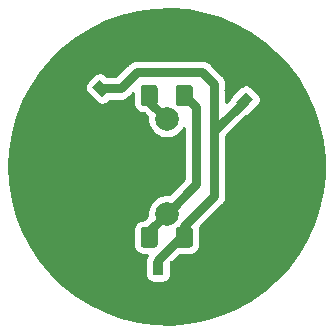
<source format=gbr>
G04 #@! TF.GenerationSoftware,KiCad,Pcbnew,(5.1.4)-1*
G04 #@! TF.CreationDate,2020-09-26T15:36:51+02:00*
G04 #@! TF.ProjectId,TrabantLamp3,54726162-616e-4744-9c61-6d70332e6b69,Rev*
G04 #@! TF.SameCoordinates,Original*
G04 #@! TF.FileFunction,Copper,L1,Top*
G04 #@! TF.FilePolarity,Positive*
%FSLAX46Y46*%
G04 Gerber Fmt 4.6, Leading zero omitted, Abs format (unit mm)*
G04 Created by KiCad (PCBNEW (5.1.4)-1) date 2020-09-26 15:36:51*
%MOMM*%
%LPD*%
G04 APERTURE LIST*
%ADD10C,0.100000*%
%ADD11C,1.425000*%
%ADD12R,0.900000X1.200000*%
%ADD13C,0.900000*%
%ADD14C,2.000000*%
%ADD15C,0.800000*%
%ADD16C,0.254000*%
G04 APERTURE END LIST*
D10*
G36*
X101974504Y-93126204D02*
G01*
X101998773Y-93129804D01*
X102022571Y-93135765D01*
X102045671Y-93144030D01*
X102067849Y-93154520D01*
X102088893Y-93167133D01*
X102108598Y-93181747D01*
X102126777Y-93198223D01*
X102143253Y-93216402D01*
X102157867Y-93236107D01*
X102170480Y-93257151D01*
X102180970Y-93279329D01*
X102189235Y-93302429D01*
X102195196Y-93326227D01*
X102198796Y-93350496D01*
X102200000Y-93375000D01*
X102200000Y-94625000D01*
X102198796Y-94649504D01*
X102195196Y-94673773D01*
X102189235Y-94697571D01*
X102180970Y-94720671D01*
X102170480Y-94742849D01*
X102157867Y-94763893D01*
X102143253Y-94783598D01*
X102126777Y-94801777D01*
X102108598Y-94818253D01*
X102088893Y-94832867D01*
X102067849Y-94845480D01*
X102045671Y-94855970D01*
X102022571Y-94864235D01*
X101998773Y-94870196D01*
X101974504Y-94873796D01*
X101950000Y-94875000D01*
X101025000Y-94875000D01*
X101000496Y-94873796D01*
X100976227Y-94870196D01*
X100952429Y-94864235D01*
X100929329Y-94855970D01*
X100907151Y-94845480D01*
X100886107Y-94832867D01*
X100866402Y-94818253D01*
X100848223Y-94801777D01*
X100831747Y-94783598D01*
X100817133Y-94763893D01*
X100804520Y-94742849D01*
X100794030Y-94720671D01*
X100785765Y-94697571D01*
X100779804Y-94673773D01*
X100776204Y-94649504D01*
X100775000Y-94625000D01*
X100775000Y-93375000D01*
X100776204Y-93350496D01*
X100779804Y-93326227D01*
X100785765Y-93302429D01*
X100794030Y-93279329D01*
X100804520Y-93257151D01*
X100817133Y-93236107D01*
X100831747Y-93216402D01*
X100848223Y-93198223D01*
X100866402Y-93181747D01*
X100886107Y-93167133D01*
X100907151Y-93154520D01*
X100929329Y-93144030D01*
X100952429Y-93135765D01*
X100976227Y-93129804D01*
X101000496Y-93126204D01*
X101025000Y-93125000D01*
X101950000Y-93125000D01*
X101974504Y-93126204D01*
X101974504Y-93126204D01*
G37*
D11*
X101487500Y-94000000D03*
D10*
G36*
X98999504Y-93126204D02*
G01*
X99023773Y-93129804D01*
X99047571Y-93135765D01*
X99070671Y-93144030D01*
X99092849Y-93154520D01*
X99113893Y-93167133D01*
X99133598Y-93181747D01*
X99151777Y-93198223D01*
X99168253Y-93216402D01*
X99182867Y-93236107D01*
X99195480Y-93257151D01*
X99205970Y-93279329D01*
X99214235Y-93302429D01*
X99220196Y-93326227D01*
X99223796Y-93350496D01*
X99225000Y-93375000D01*
X99225000Y-94625000D01*
X99223796Y-94649504D01*
X99220196Y-94673773D01*
X99214235Y-94697571D01*
X99205970Y-94720671D01*
X99195480Y-94742849D01*
X99182867Y-94763893D01*
X99168253Y-94783598D01*
X99151777Y-94801777D01*
X99133598Y-94818253D01*
X99113893Y-94832867D01*
X99092849Y-94845480D01*
X99070671Y-94855970D01*
X99047571Y-94864235D01*
X99023773Y-94870196D01*
X98999504Y-94873796D01*
X98975000Y-94875000D01*
X98050000Y-94875000D01*
X98025496Y-94873796D01*
X98001227Y-94870196D01*
X97977429Y-94864235D01*
X97954329Y-94855970D01*
X97932151Y-94845480D01*
X97911107Y-94832867D01*
X97891402Y-94818253D01*
X97873223Y-94801777D01*
X97856747Y-94783598D01*
X97842133Y-94763893D01*
X97829520Y-94742849D01*
X97819030Y-94720671D01*
X97810765Y-94697571D01*
X97804804Y-94673773D01*
X97801204Y-94649504D01*
X97800000Y-94625000D01*
X97800000Y-93375000D01*
X97801204Y-93350496D01*
X97804804Y-93326227D01*
X97810765Y-93302429D01*
X97819030Y-93279329D01*
X97829520Y-93257151D01*
X97842133Y-93236107D01*
X97856747Y-93216402D01*
X97873223Y-93198223D01*
X97891402Y-93181747D01*
X97911107Y-93167133D01*
X97932151Y-93154520D01*
X97954329Y-93144030D01*
X97977429Y-93135765D01*
X98001227Y-93129804D01*
X98025496Y-93126204D01*
X98050000Y-93125000D01*
X98975000Y-93125000D01*
X98999504Y-93126204D01*
X98999504Y-93126204D01*
G37*
D11*
X98512500Y-94000000D03*
D10*
G36*
X101974504Y-105126204D02*
G01*
X101998773Y-105129804D01*
X102022571Y-105135765D01*
X102045671Y-105144030D01*
X102067849Y-105154520D01*
X102088893Y-105167133D01*
X102108598Y-105181747D01*
X102126777Y-105198223D01*
X102143253Y-105216402D01*
X102157867Y-105236107D01*
X102170480Y-105257151D01*
X102180970Y-105279329D01*
X102189235Y-105302429D01*
X102195196Y-105326227D01*
X102198796Y-105350496D01*
X102200000Y-105375000D01*
X102200000Y-106625000D01*
X102198796Y-106649504D01*
X102195196Y-106673773D01*
X102189235Y-106697571D01*
X102180970Y-106720671D01*
X102170480Y-106742849D01*
X102157867Y-106763893D01*
X102143253Y-106783598D01*
X102126777Y-106801777D01*
X102108598Y-106818253D01*
X102088893Y-106832867D01*
X102067849Y-106845480D01*
X102045671Y-106855970D01*
X102022571Y-106864235D01*
X101998773Y-106870196D01*
X101974504Y-106873796D01*
X101950000Y-106875000D01*
X101025000Y-106875000D01*
X101000496Y-106873796D01*
X100976227Y-106870196D01*
X100952429Y-106864235D01*
X100929329Y-106855970D01*
X100907151Y-106845480D01*
X100886107Y-106832867D01*
X100866402Y-106818253D01*
X100848223Y-106801777D01*
X100831747Y-106783598D01*
X100817133Y-106763893D01*
X100804520Y-106742849D01*
X100794030Y-106720671D01*
X100785765Y-106697571D01*
X100779804Y-106673773D01*
X100776204Y-106649504D01*
X100775000Y-106625000D01*
X100775000Y-105375000D01*
X100776204Y-105350496D01*
X100779804Y-105326227D01*
X100785765Y-105302429D01*
X100794030Y-105279329D01*
X100804520Y-105257151D01*
X100817133Y-105236107D01*
X100831747Y-105216402D01*
X100848223Y-105198223D01*
X100866402Y-105181747D01*
X100886107Y-105167133D01*
X100907151Y-105154520D01*
X100929329Y-105144030D01*
X100952429Y-105135765D01*
X100976227Y-105129804D01*
X101000496Y-105126204D01*
X101025000Y-105125000D01*
X101950000Y-105125000D01*
X101974504Y-105126204D01*
X101974504Y-105126204D01*
G37*
D11*
X101487500Y-106000000D03*
D10*
G36*
X98999504Y-105126204D02*
G01*
X99023773Y-105129804D01*
X99047571Y-105135765D01*
X99070671Y-105144030D01*
X99092849Y-105154520D01*
X99113893Y-105167133D01*
X99133598Y-105181747D01*
X99151777Y-105198223D01*
X99168253Y-105216402D01*
X99182867Y-105236107D01*
X99195480Y-105257151D01*
X99205970Y-105279329D01*
X99214235Y-105302429D01*
X99220196Y-105326227D01*
X99223796Y-105350496D01*
X99225000Y-105375000D01*
X99225000Y-106625000D01*
X99223796Y-106649504D01*
X99220196Y-106673773D01*
X99214235Y-106697571D01*
X99205970Y-106720671D01*
X99195480Y-106742849D01*
X99182867Y-106763893D01*
X99168253Y-106783598D01*
X99151777Y-106801777D01*
X99133598Y-106818253D01*
X99113893Y-106832867D01*
X99092849Y-106845480D01*
X99070671Y-106855970D01*
X99047571Y-106864235D01*
X99023773Y-106870196D01*
X98999504Y-106873796D01*
X98975000Y-106875000D01*
X98050000Y-106875000D01*
X98025496Y-106873796D01*
X98001227Y-106870196D01*
X97977429Y-106864235D01*
X97954329Y-106855970D01*
X97932151Y-106845480D01*
X97911107Y-106832867D01*
X97891402Y-106818253D01*
X97873223Y-106801777D01*
X97856747Y-106783598D01*
X97842133Y-106763893D01*
X97829520Y-106742849D01*
X97819030Y-106720671D01*
X97810765Y-106697571D01*
X97804804Y-106673773D01*
X97801204Y-106649504D01*
X97800000Y-106625000D01*
X97800000Y-105375000D01*
X97801204Y-105350496D01*
X97804804Y-105326227D01*
X97810765Y-105302429D01*
X97819030Y-105279329D01*
X97829520Y-105257151D01*
X97842133Y-105236107D01*
X97856747Y-105216402D01*
X97873223Y-105198223D01*
X97891402Y-105181747D01*
X97911107Y-105167133D01*
X97932151Y-105154520D01*
X97954329Y-105144030D01*
X97977429Y-105135765D01*
X98001227Y-105129804D01*
X98025496Y-105126204D01*
X98050000Y-105125000D01*
X98975000Y-105125000D01*
X98999504Y-105126204D01*
X98999504Y-105126204D01*
G37*
D11*
X98512500Y-106000000D03*
D12*
X100725000Y-108600000D03*
X99275000Y-111400000D03*
X99275000Y-108600000D03*
X100725000Y-111400000D03*
D13*
X93407297Y-94432602D03*
D10*
G36*
X94149759Y-94538668D02*
G01*
X93513363Y-95175064D01*
X92664835Y-94326536D01*
X93301231Y-93690140D01*
X94149759Y-94538668D01*
X94149759Y-94538668D01*
G37*
D13*
X92452703Y-91427398D03*
D10*
G36*
X93195165Y-91533464D02*
G01*
X92558769Y-92169860D01*
X91710241Y-91321332D01*
X92346637Y-90684936D01*
X93195165Y-91533464D01*
X93195165Y-91533464D01*
G37*
D13*
X94432602Y-93407297D03*
D10*
G36*
X95175064Y-93513363D02*
G01*
X94538668Y-94149759D01*
X93690140Y-93301231D01*
X94326536Y-92664835D01*
X95175064Y-93513363D01*
X95175064Y-93513363D01*
G37*
D13*
X91427398Y-92452703D03*
D10*
G36*
X92169860Y-92558769D02*
G01*
X91533464Y-93195165D01*
X90684936Y-92346637D01*
X91321332Y-91710241D01*
X92169860Y-92558769D01*
X92169860Y-92558769D01*
G37*
D13*
X107547297Y-91427398D03*
D10*
G36*
X107441231Y-92169860D02*
G01*
X106804835Y-91533464D01*
X107653363Y-90684936D01*
X108289759Y-91321332D01*
X107441231Y-92169860D01*
X107441231Y-92169860D01*
G37*
D13*
X106592703Y-94432602D03*
D10*
G36*
X106486637Y-95175064D02*
G01*
X105850241Y-94538668D01*
X106698769Y-93690140D01*
X107335165Y-94326536D01*
X106486637Y-95175064D01*
X106486637Y-95175064D01*
G37*
D13*
X108572602Y-92452703D03*
D10*
G36*
X108466536Y-93195165D02*
G01*
X107830140Y-92558769D01*
X108678668Y-91710241D01*
X109315064Y-92346637D01*
X108466536Y-93195165D01*
X108466536Y-93195165D01*
G37*
D13*
X105567398Y-93407297D03*
D10*
G36*
X105461332Y-94149759D02*
G01*
X104824936Y-93513363D01*
X105673464Y-92664835D01*
X106309860Y-93301231D01*
X105461332Y-94149759D01*
X105461332Y-94149759D01*
G37*
D14*
X100000000Y-96000000D03*
X100000000Y-104000000D03*
X108000000Y-100000000D03*
X92000000Y-100000000D03*
D15*
X98512500Y-94512500D02*
X100000000Y-96000000D01*
X98512500Y-94000000D02*
X98512500Y-94512500D01*
X98512500Y-106000000D02*
X98512500Y-105487500D01*
X98512500Y-105487500D02*
X100000000Y-104000000D01*
X100000000Y-104000000D02*
X102500000Y-101500000D01*
X102500000Y-95012500D02*
X101487500Y-94000000D01*
X102500000Y-101500000D02*
X102500000Y-95012500D01*
X101487500Y-105025000D02*
X104000000Y-102512500D01*
X101487500Y-106000000D02*
X101487500Y-105025000D01*
X104000000Y-97025305D02*
X104000000Y-97500000D01*
X106592703Y-94432602D02*
X104000000Y-97025305D01*
X104000000Y-102512500D02*
X104000000Y-97500000D01*
X96092703Y-93407297D02*
X94432602Y-93407297D01*
X97500000Y-92000000D02*
X96092703Y-93407297D01*
X103000000Y-92000000D02*
X97500000Y-92000000D01*
X104000000Y-93000000D02*
X103000000Y-92000000D01*
X104000000Y-97500000D02*
X104000000Y-93000000D01*
X101487500Y-105707498D02*
X101487500Y-105025000D01*
X99275000Y-107919998D02*
X101487500Y-105707498D01*
X99275000Y-108600000D02*
X99275000Y-107919998D01*
D16*
G36*
X101767240Y-86802800D02*
G01*
X103160005Y-87065411D01*
X104516966Y-87474576D01*
X105822747Y-88025659D01*
X107062554Y-88712416D01*
X108222340Y-89527066D01*
X109288964Y-90460379D01*
X110250339Y-91501779D01*
X111095575Y-92639467D01*
X111815093Y-93860553D01*
X112400741Y-95151202D01*
X112845884Y-96496789D01*
X113145478Y-97882070D01*
X113296129Y-99291347D01*
X113296129Y-100708653D01*
X113145478Y-102117930D01*
X112845884Y-103503211D01*
X112400741Y-104848798D01*
X111815093Y-106139447D01*
X111095575Y-107360533D01*
X110250339Y-108498221D01*
X109288964Y-109539621D01*
X108222340Y-110472934D01*
X107062554Y-111287584D01*
X105822747Y-111974341D01*
X104516966Y-112525424D01*
X103160005Y-112934589D01*
X101767240Y-113197200D01*
X100354452Y-113310281D01*
X98937648Y-113272552D01*
X97532881Y-113084439D01*
X96156067Y-112748074D01*
X94822806Y-112267269D01*
X93548205Y-111647470D01*
X92346706Y-110895701D01*
X91231921Y-110020480D01*
X90216482Y-109031722D01*
X89311895Y-107940631D01*
X88528407Y-106759570D01*
X87874898Y-105501920D01*
X87358771Y-104181931D01*
X86985874Y-102814560D01*
X86760432Y-101415298D01*
X86685000Y-100000000D01*
X86760432Y-98584702D01*
X86985874Y-97185440D01*
X87358771Y-95818069D01*
X87874898Y-94498080D01*
X88496813Y-93301231D01*
X93052068Y-93301231D01*
X93064328Y-93425713D01*
X93100638Y-93545411D01*
X93159603Y-93655725D01*
X93238955Y-93752416D01*
X94087483Y-94600944D01*
X94184174Y-94680296D01*
X94294488Y-94739261D01*
X94414186Y-94775571D01*
X94538668Y-94787831D01*
X94663150Y-94775571D01*
X94782848Y-94739261D01*
X94893162Y-94680296D01*
X94989853Y-94600944D01*
X95148500Y-94442297D01*
X96041875Y-94442297D01*
X96092703Y-94447303D01*
X96143531Y-94442297D01*
X96143541Y-94442297D01*
X96295598Y-94427321D01*
X96490696Y-94368138D01*
X96670500Y-94272031D01*
X96828099Y-94142693D01*
X96860510Y-94103200D01*
X97161928Y-93801782D01*
X97161928Y-94625000D01*
X97178992Y-94798254D01*
X97229528Y-94964850D01*
X97311595Y-95118386D01*
X97422038Y-95252962D01*
X97556614Y-95363405D01*
X97710150Y-95445472D01*
X97876746Y-95496008D01*
X98049292Y-95513002D01*
X98366702Y-95830412D01*
X98365000Y-95838967D01*
X98365000Y-96161033D01*
X98427832Y-96476912D01*
X98551082Y-96774463D01*
X98730013Y-97042252D01*
X98957748Y-97269987D01*
X99225537Y-97448918D01*
X99523088Y-97572168D01*
X99838967Y-97635000D01*
X100161033Y-97635000D01*
X100476912Y-97572168D01*
X100774463Y-97448918D01*
X101042252Y-97269987D01*
X101269987Y-97042252D01*
X101448918Y-96774463D01*
X101465001Y-96735636D01*
X101465000Y-101071289D01*
X100169588Y-102366702D01*
X100161033Y-102365000D01*
X99838967Y-102365000D01*
X99523088Y-102427832D01*
X99225537Y-102551082D01*
X98957748Y-102730013D01*
X98730013Y-102957748D01*
X98551082Y-103225537D01*
X98427832Y-103523088D01*
X98365000Y-103838967D01*
X98365000Y-104161033D01*
X98366702Y-104169588D01*
X98049292Y-104486998D01*
X97876746Y-104503992D01*
X97710150Y-104554528D01*
X97556614Y-104636595D01*
X97422038Y-104747038D01*
X97311595Y-104881614D01*
X97229528Y-105035150D01*
X97178992Y-105201746D01*
X97161928Y-105375000D01*
X97161928Y-106625000D01*
X97178992Y-106798254D01*
X97229528Y-106964850D01*
X97311595Y-107118386D01*
X97422038Y-107252962D01*
X97556614Y-107363405D01*
X97710150Y-107445472D01*
X97876746Y-107496008D01*
X98050000Y-107513072D01*
X98318935Y-107513072D01*
X98314160Y-107522005D01*
X98254976Y-107717103D01*
X98254701Y-107719894D01*
X98235498Y-107755820D01*
X98199188Y-107875518D01*
X98186928Y-108000000D01*
X98186928Y-109200000D01*
X98199188Y-109324482D01*
X98235498Y-109444180D01*
X98294463Y-109554494D01*
X98373815Y-109651185D01*
X98470506Y-109730537D01*
X98580820Y-109789502D01*
X98700518Y-109825812D01*
X98825000Y-109838072D01*
X99725000Y-109838072D01*
X99849482Y-109825812D01*
X99969180Y-109789502D01*
X100079494Y-109730537D01*
X100176185Y-109651185D01*
X100255537Y-109554494D01*
X100314502Y-109444180D01*
X100350812Y-109324482D01*
X100363072Y-109200000D01*
X100363072Y-108295636D01*
X101145637Y-107513072D01*
X101950000Y-107513072D01*
X102123254Y-107496008D01*
X102289850Y-107445472D01*
X102443386Y-107363405D01*
X102577962Y-107252962D01*
X102688405Y-107118386D01*
X102770472Y-106964850D01*
X102821008Y-106798254D01*
X102838072Y-106625000D01*
X102838072Y-105375000D01*
X102821008Y-105201746D01*
X102810175Y-105166035D01*
X104695908Y-103280303D01*
X104735396Y-103247896D01*
X104827829Y-103135266D01*
X104864734Y-103090298D01*
X104960841Y-102910494D01*
X104989942Y-102814560D01*
X105020024Y-102715395D01*
X105035000Y-102563338D01*
X105035000Y-102563335D01*
X105040007Y-102512500D01*
X105035000Y-102461665D01*
X105035000Y-97454015D01*
X106721677Y-95767339D01*
X106730817Y-95764566D01*
X106841131Y-95705601D01*
X106937822Y-95626249D01*
X107786350Y-94777721D01*
X107865702Y-94681030D01*
X107924667Y-94570716D01*
X107960977Y-94451018D01*
X107973237Y-94326536D01*
X107960977Y-94202054D01*
X107924667Y-94082356D01*
X107865702Y-93972042D01*
X107786350Y-93875351D01*
X107149954Y-93238955D01*
X107053263Y-93159603D01*
X106942949Y-93100638D01*
X106823251Y-93064328D01*
X106698769Y-93052068D01*
X106574287Y-93064328D01*
X106454589Y-93100638D01*
X106344275Y-93159603D01*
X106247584Y-93238955D01*
X105399056Y-94087483D01*
X105319704Y-94184174D01*
X105260739Y-94294488D01*
X105257966Y-94303628D01*
X105035000Y-94526594D01*
X105035000Y-93050835D01*
X105040007Y-93000000D01*
X105028347Y-92881614D01*
X105020024Y-92797105D01*
X104974615Y-92647415D01*
X104960841Y-92602006D01*
X104864734Y-92422202D01*
X104767803Y-92304092D01*
X104735396Y-92264604D01*
X104695908Y-92232197D01*
X103767807Y-91304097D01*
X103735396Y-91264604D01*
X103577797Y-91135266D01*
X103397993Y-91039159D01*
X103202895Y-90979976D01*
X103050838Y-90965000D01*
X103050828Y-90965000D01*
X103000000Y-90959994D01*
X102949172Y-90965000D01*
X97550835Y-90965000D01*
X97500000Y-90959993D01*
X97449165Y-90965000D01*
X97449162Y-90965000D01*
X97297105Y-90979976D01*
X97147415Y-91025385D01*
X97102006Y-91039159D01*
X96922202Y-91135266D01*
X96806260Y-91230418D01*
X96764604Y-91264604D01*
X96732197Y-91304092D01*
X95663993Y-92372297D01*
X94936368Y-92372297D01*
X94777721Y-92213650D01*
X94681030Y-92134298D01*
X94570716Y-92075333D01*
X94451018Y-92039023D01*
X94326536Y-92026763D01*
X94202054Y-92039023D01*
X94082356Y-92075333D01*
X93972042Y-92134298D01*
X93875351Y-92213650D01*
X93238955Y-92850046D01*
X93159603Y-92946737D01*
X93100638Y-93057051D01*
X93064328Y-93176749D01*
X93052068Y-93301231D01*
X88496813Y-93301231D01*
X88528407Y-93240430D01*
X89311895Y-92059369D01*
X90216482Y-90968278D01*
X91231921Y-89979520D01*
X92346706Y-89104299D01*
X93548205Y-88352530D01*
X94822806Y-87732731D01*
X96156067Y-87251926D01*
X97532881Y-86915561D01*
X98937648Y-86727448D01*
X100354452Y-86689719D01*
X101767240Y-86802800D01*
X101767240Y-86802800D01*
G37*
X101767240Y-86802800D02*
X103160005Y-87065411D01*
X104516966Y-87474576D01*
X105822747Y-88025659D01*
X107062554Y-88712416D01*
X108222340Y-89527066D01*
X109288964Y-90460379D01*
X110250339Y-91501779D01*
X111095575Y-92639467D01*
X111815093Y-93860553D01*
X112400741Y-95151202D01*
X112845884Y-96496789D01*
X113145478Y-97882070D01*
X113296129Y-99291347D01*
X113296129Y-100708653D01*
X113145478Y-102117930D01*
X112845884Y-103503211D01*
X112400741Y-104848798D01*
X111815093Y-106139447D01*
X111095575Y-107360533D01*
X110250339Y-108498221D01*
X109288964Y-109539621D01*
X108222340Y-110472934D01*
X107062554Y-111287584D01*
X105822747Y-111974341D01*
X104516966Y-112525424D01*
X103160005Y-112934589D01*
X101767240Y-113197200D01*
X100354452Y-113310281D01*
X98937648Y-113272552D01*
X97532881Y-113084439D01*
X96156067Y-112748074D01*
X94822806Y-112267269D01*
X93548205Y-111647470D01*
X92346706Y-110895701D01*
X91231921Y-110020480D01*
X90216482Y-109031722D01*
X89311895Y-107940631D01*
X88528407Y-106759570D01*
X87874898Y-105501920D01*
X87358771Y-104181931D01*
X86985874Y-102814560D01*
X86760432Y-101415298D01*
X86685000Y-100000000D01*
X86760432Y-98584702D01*
X86985874Y-97185440D01*
X87358771Y-95818069D01*
X87874898Y-94498080D01*
X88496813Y-93301231D01*
X93052068Y-93301231D01*
X93064328Y-93425713D01*
X93100638Y-93545411D01*
X93159603Y-93655725D01*
X93238955Y-93752416D01*
X94087483Y-94600944D01*
X94184174Y-94680296D01*
X94294488Y-94739261D01*
X94414186Y-94775571D01*
X94538668Y-94787831D01*
X94663150Y-94775571D01*
X94782848Y-94739261D01*
X94893162Y-94680296D01*
X94989853Y-94600944D01*
X95148500Y-94442297D01*
X96041875Y-94442297D01*
X96092703Y-94447303D01*
X96143531Y-94442297D01*
X96143541Y-94442297D01*
X96295598Y-94427321D01*
X96490696Y-94368138D01*
X96670500Y-94272031D01*
X96828099Y-94142693D01*
X96860510Y-94103200D01*
X97161928Y-93801782D01*
X97161928Y-94625000D01*
X97178992Y-94798254D01*
X97229528Y-94964850D01*
X97311595Y-95118386D01*
X97422038Y-95252962D01*
X97556614Y-95363405D01*
X97710150Y-95445472D01*
X97876746Y-95496008D01*
X98049292Y-95513002D01*
X98366702Y-95830412D01*
X98365000Y-95838967D01*
X98365000Y-96161033D01*
X98427832Y-96476912D01*
X98551082Y-96774463D01*
X98730013Y-97042252D01*
X98957748Y-97269987D01*
X99225537Y-97448918D01*
X99523088Y-97572168D01*
X99838967Y-97635000D01*
X100161033Y-97635000D01*
X100476912Y-97572168D01*
X100774463Y-97448918D01*
X101042252Y-97269987D01*
X101269987Y-97042252D01*
X101448918Y-96774463D01*
X101465001Y-96735636D01*
X101465000Y-101071289D01*
X100169588Y-102366702D01*
X100161033Y-102365000D01*
X99838967Y-102365000D01*
X99523088Y-102427832D01*
X99225537Y-102551082D01*
X98957748Y-102730013D01*
X98730013Y-102957748D01*
X98551082Y-103225537D01*
X98427832Y-103523088D01*
X98365000Y-103838967D01*
X98365000Y-104161033D01*
X98366702Y-104169588D01*
X98049292Y-104486998D01*
X97876746Y-104503992D01*
X97710150Y-104554528D01*
X97556614Y-104636595D01*
X97422038Y-104747038D01*
X97311595Y-104881614D01*
X97229528Y-105035150D01*
X97178992Y-105201746D01*
X97161928Y-105375000D01*
X97161928Y-106625000D01*
X97178992Y-106798254D01*
X97229528Y-106964850D01*
X97311595Y-107118386D01*
X97422038Y-107252962D01*
X97556614Y-107363405D01*
X97710150Y-107445472D01*
X97876746Y-107496008D01*
X98050000Y-107513072D01*
X98318935Y-107513072D01*
X98314160Y-107522005D01*
X98254976Y-107717103D01*
X98254701Y-107719894D01*
X98235498Y-107755820D01*
X98199188Y-107875518D01*
X98186928Y-108000000D01*
X98186928Y-109200000D01*
X98199188Y-109324482D01*
X98235498Y-109444180D01*
X98294463Y-109554494D01*
X98373815Y-109651185D01*
X98470506Y-109730537D01*
X98580820Y-109789502D01*
X98700518Y-109825812D01*
X98825000Y-109838072D01*
X99725000Y-109838072D01*
X99849482Y-109825812D01*
X99969180Y-109789502D01*
X100079494Y-109730537D01*
X100176185Y-109651185D01*
X100255537Y-109554494D01*
X100314502Y-109444180D01*
X100350812Y-109324482D01*
X100363072Y-109200000D01*
X100363072Y-108295636D01*
X101145637Y-107513072D01*
X101950000Y-107513072D01*
X102123254Y-107496008D01*
X102289850Y-107445472D01*
X102443386Y-107363405D01*
X102577962Y-107252962D01*
X102688405Y-107118386D01*
X102770472Y-106964850D01*
X102821008Y-106798254D01*
X102838072Y-106625000D01*
X102838072Y-105375000D01*
X102821008Y-105201746D01*
X102810175Y-105166035D01*
X104695908Y-103280303D01*
X104735396Y-103247896D01*
X104827829Y-103135266D01*
X104864734Y-103090298D01*
X104960841Y-102910494D01*
X104989942Y-102814560D01*
X105020024Y-102715395D01*
X105035000Y-102563338D01*
X105035000Y-102563335D01*
X105040007Y-102512500D01*
X105035000Y-102461665D01*
X105035000Y-97454015D01*
X106721677Y-95767339D01*
X106730817Y-95764566D01*
X106841131Y-95705601D01*
X106937822Y-95626249D01*
X107786350Y-94777721D01*
X107865702Y-94681030D01*
X107924667Y-94570716D01*
X107960977Y-94451018D01*
X107973237Y-94326536D01*
X107960977Y-94202054D01*
X107924667Y-94082356D01*
X107865702Y-93972042D01*
X107786350Y-93875351D01*
X107149954Y-93238955D01*
X107053263Y-93159603D01*
X106942949Y-93100638D01*
X106823251Y-93064328D01*
X106698769Y-93052068D01*
X106574287Y-93064328D01*
X106454589Y-93100638D01*
X106344275Y-93159603D01*
X106247584Y-93238955D01*
X105399056Y-94087483D01*
X105319704Y-94184174D01*
X105260739Y-94294488D01*
X105257966Y-94303628D01*
X105035000Y-94526594D01*
X105035000Y-93050835D01*
X105040007Y-93000000D01*
X105028347Y-92881614D01*
X105020024Y-92797105D01*
X104974615Y-92647415D01*
X104960841Y-92602006D01*
X104864734Y-92422202D01*
X104767803Y-92304092D01*
X104735396Y-92264604D01*
X104695908Y-92232197D01*
X103767807Y-91304097D01*
X103735396Y-91264604D01*
X103577797Y-91135266D01*
X103397993Y-91039159D01*
X103202895Y-90979976D01*
X103050838Y-90965000D01*
X103050828Y-90965000D01*
X103000000Y-90959994D01*
X102949172Y-90965000D01*
X97550835Y-90965000D01*
X97500000Y-90959993D01*
X97449165Y-90965000D01*
X97449162Y-90965000D01*
X97297105Y-90979976D01*
X97147415Y-91025385D01*
X97102006Y-91039159D01*
X96922202Y-91135266D01*
X96806260Y-91230418D01*
X96764604Y-91264604D01*
X96732197Y-91304092D01*
X95663993Y-92372297D01*
X94936368Y-92372297D01*
X94777721Y-92213650D01*
X94681030Y-92134298D01*
X94570716Y-92075333D01*
X94451018Y-92039023D01*
X94326536Y-92026763D01*
X94202054Y-92039023D01*
X94082356Y-92075333D01*
X93972042Y-92134298D01*
X93875351Y-92213650D01*
X93238955Y-92850046D01*
X93159603Y-92946737D01*
X93100638Y-93057051D01*
X93064328Y-93176749D01*
X93052068Y-93301231D01*
X88496813Y-93301231D01*
X88528407Y-93240430D01*
X89311895Y-92059369D01*
X90216482Y-90968278D01*
X91231921Y-89979520D01*
X92346706Y-89104299D01*
X93548205Y-88352530D01*
X94822806Y-87732731D01*
X96156067Y-87251926D01*
X97532881Y-86915561D01*
X98937648Y-86727448D01*
X100354452Y-86689719D01*
X101767240Y-86802800D01*
M02*

</source>
